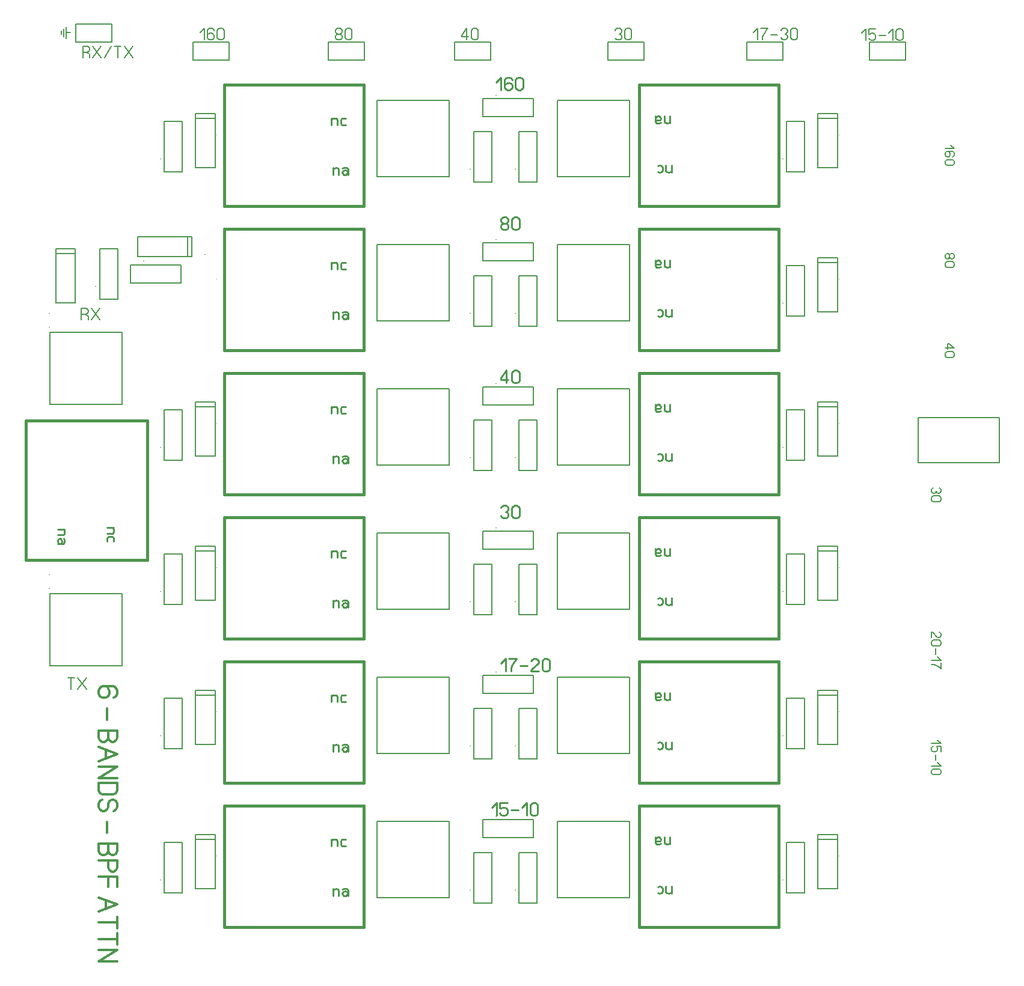
<source format=gbr>
%FSLAX34Y34*%
%MOMM*%
%LNSILK_TOP*%
G71*
G01*
%ADD10C,0.200*%
%ADD11C,0.150*%
%ADD12C,0.167*%
%ADD13C,0.144*%
%ADD14C,0.333*%
%ADD15C,0.222*%
%ADD16C,0.400*%
%ADD17C,0.111*%
%LPD*%
G54D10*
X-788650Y-3236D02*
X-782650Y2764D01*
X-782650Y-13236D01*
G54D10*
X-768650Y-236D02*
X-769850Y1764D01*
X-772250Y2764D01*
X-774650Y2764D01*
X-777050Y1764D01*
X-778250Y-236D01*
X-778250Y-5236D01*
X-778250Y-6236D01*
X-774650Y-4236D01*
X-772250Y-4236D01*
X-769850Y-5236D01*
X-768650Y-7236D01*
X-768650Y-10236D01*
X-769850Y-12236D01*
X-772250Y-13236D01*
X-774650Y-13236D01*
X-777050Y-12236D01*
X-778250Y-10236D01*
X-778250Y-5236D01*
G54D10*
X-754650Y-236D02*
X-754650Y-10236D01*
X-755850Y-12236D01*
X-758250Y-13236D01*
X-760650Y-13236D01*
X-763050Y-12236D01*
X-764250Y-10236D01*
X-764250Y-236D01*
X-763050Y1764D01*
X-760650Y2764D01*
X-758250Y2764D01*
X-755850Y1764D01*
X-754650Y-236D01*
G54D11*
X-798446Y-41862D02*
X-798446Y-16462D01*
X-747646Y-16462D01*
X-747646Y-41862D01*
X-798446Y-41862D01*
G54D10*
X-592150Y-5236D02*
X-594550Y-5236D01*
X-596950Y-4236D01*
X-598150Y-2236D01*
X-598150Y-236D01*
X-596950Y1764D01*
X-594550Y2764D01*
X-592150Y2764D01*
X-589750Y1764D01*
X-588550Y-236D01*
X-588550Y-2236D01*
X-589750Y-4236D01*
X-592150Y-5236D01*
X-589750Y-6236D01*
X-588550Y-8236D01*
X-588550Y-10236D01*
X-589750Y-12236D01*
X-592150Y-13236D01*
X-594550Y-13236D01*
X-596950Y-12236D01*
X-598150Y-10236D01*
X-598150Y-8236D01*
X-596950Y-6236D01*
X-594550Y-5236D01*
G54D10*
X-574550Y-236D02*
X-574550Y-10236D01*
X-575750Y-12236D01*
X-578150Y-13236D01*
X-580550Y-13236D01*
X-582950Y-12236D01*
X-584150Y-10236D01*
X-584150Y-236D01*
X-582950Y1764D01*
X-580550Y2764D01*
X-578150Y2764D01*
X-575750Y1764D01*
X-574550Y-236D01*
G54D11*
X-607946Y-41862D02*
X-607946Y-16462D01*
X-557146Y-16462D01*
X-557146Y-41862D01*
X-607946Y-41862D01*
G54D11*
X-285750Y-98300D02*
X-184150Y-98300D01*
X-184150Y-206250D01*
X-285750Y-206250D01*
X-285750Y-98300D01*
G54D11*
X-318944Y-121412D02*
X-318944Y-96012D01*
X-390544Y-96012D01*
X-390544Y-121412D01*
X-318944Y-121412D01*
G54D12*
X-371600Y-90621D02*
X-371600Y-90621D01*
G54D11*
X-539750Y-98300D02*
X-438150Y-98300D01*
X-438150Y-206250D01*
X-539750Y-206250D01*
X-539750Y-98300D01*
G54D11*
X-377390Y-142462D02*
X-402790Y-142462D01*
X-402790Y-214062D01*
X-377390Y-214062D01*
X-377390Y-142462D01*
G54D12*
X-408181Y-195118D02*
X-408181Y-195118D01*
G54D11*
X-313890Y-142462D02*
X-339290Y-142462D01*
X-339290Y-214062D01*
X-313890Y-214062D01*
X-313890Y-142462D01*
G54D12*
X-344681Y-195118D02*
X-344681Y-195118D01*
G54D11*
X-767350Y-193550D02*
X-794750Y-193550D01*
X-794750Y-117350D01*
X-767350Y-117350D01*
X-767350Y-193550D01*
G54D11*
X-794750Y-123650D02*
X-767350Y-123650D01*
G54D10*
X-413150Y-13236D02*
X-413150Y2764D01*
X-420350Y-7236D01*
X-420350Y-9236D01*
X-410750Y-9236D01*
G54D10*
X-396750Y-236D02*
X-396750Y-10236D01*
X-397950Y-12236D01*
X-400350Y-13236D01*
X-402750Y-13236D01*
X-405150Y-12236D01*
X-406350Y-10236D01*
X-406350Y-236D01*
X-405150Y1764D01*
X-402750Y2764D01*
X-400350Y2764D01*
X-397950Y1764D01*
X-396750Y-236D01*
G54D11*
X-430146Y-41862D02*
X-430146Y-16462D01*
X-379346Y-16462D01*
X-379346Y-41862D01*
X-430146Y-41862D01*
G54D10*
X-204450Y-236D02*
X-203250Y1764D01*
X-200850Y2764D01*
X-198450Y2764D01*
X-196050Y1764D01*
X-194850Y-236D01*
X-194850Y-2236D01*
X-196050Y-4236D01*
X-198450Y-5236D01*
X-196050Y-6236D01*
X-194850Y-8236D01*
X-194850Y-10236D01*
X-196050Y-12236D01*
X-198450Y-13236D01*
X-200850Y-13236D01*
X-203250Y-12236D01*
X-204450Y-10236D01*
G54D10*
X-180850Y-236D02*
X-180850Y-10236D01*
X-182050Y-12236D01*
X-184450Y-13236D01*
X-186850Y-13236D01*
X-189250Y-12236D01*
X-190450Y-10236D01*
X-190450Y-236D01*
X-189250Y1764D01*
X-186850Y2764D01*
X-184450Y2764D01*
X-182050Y1764D01*
X-180850Y-236D01*
G54D11*
X-214246Y-41862D02*
X-214246Y-16462D01*
X-163446Y-16462D01*
X-163446Y-41862D01*
X-214246Y-41862D01*
G54D10*
X-9258Y-3128D02*
X-3258Y2872D01*
X-3258Y-13128D01*
G54D10*
X1142Y2872D02*
X10742Y2872D01*
X9542Y872D01*
X7142Y-2128D01*
X4742Y-6128D01*
X3542Y-9128D01*
X3542Y-13128D01*
G54D10*
X15142Y-6128D02*
X24742Y-6128D01*
G54D10*
X29142Y-128D02*
X30342Y1872D01*
X32742Y2872D01*
X35142Y2872D01*
X37542Y1872D01*
X38742Y-128D01*
X38742Y-2128D01*
X37542Y-4128D01*
X35142Y-5128D01*
X37542Y-6128D01*
X38742Y-8128D01*
X38742Y-10128D01*
X37542Y-12128D01*
X35142Y-13128D01*
X32742Y-13128D01*
X30342Y-12128D01*
X29142Y-10128D01*
G54D10*
X52742Y-128D02*
X52742Y-10128D01*
X51542Y-12128D01*
X49142Y-13128D01*
X46742Y-13128D01*
X44342Y-12128D01*
X43142Y-10128D01*
X43142Y-128D01*
X44342Y1872D01*
X46742Y2872D01*
X49142Y2872D01*
X51542Y1872D01*
X52742Y-128D01*
G54D11*
X-19054Y-41754D02*
X-19054Y-16354D01*
X31746Y-16354D01*
X31746Y-41754D01*
X-19054Y-41754D01*
G54D11*
X-1000150Y-425350D02*
X-898550Y-425350D01*
X-898550Y-526950D01*
X-1000150Y-526950D01*
X-1000150Y-425350D01*
G54D13*
X-1000900Y-398600D02*
X-1000900Y-398600D01*
G54D13*
X-1000900Y-418100D02*
X-1000900Y-418100D01*
G54D11*
X-1000150Y-793650D02*
X-898550Y-793650D01*
X-898550Y-895250D01*
X-1000150Y-895250D01*
X-1000150Y-793650D01*
G54D13*
X-1000900Y-766900D02*
X-1000900Y-766900D01*
G54D13*
X-1000900Y-786400D02*
X-1000900Y-786400D01*
G54D11*
X-964200Y-384050D02*
X-991600Y-384050D01*
X-991600Y-307850D01*
X-964200Y-307850D01*
X-964200Y-384050D01*
G54D11*
X-991600Y-314150D02*
X-964200Y-314150D01*
G54D11*
X-904440Y-307562D02*
X-929840Y-307562D01*
X-929840Y-379162D01*
X-904440Y-379162D01*
X-904440Y-307562D01*
G54D12*
X-935231Y-360218D02*
X-935231Y-360218D01*
G54D10*
X-948950Y-30636D02*
X-945350Y-32636D01*
X-944150Y-34636D01*
X-944150Y-38636D01*
G54D10*
X-953750Y-38636D02*
X-953750Y-22636D01*
X-947750Y-22636D01*
X-945350Y-23636D01*
X-944150Y-25636D01*
X-944150Y-27636D01*
X-945350Y-29636D01*
X-947750Y-30636D01*
X-953750Y-30636D01*
G54D10*
X-939750Y-22636D02*
X-927750Y-38636D01*
G54D10*
X-939750Y-38636D02*
X-927750Y-22636D01*
G54D10*
X-923350Y-38636D02*
X-913750Y-22636D01*
G54D10*
X-904550Y-38636D02*
X-904550Y-22636D01*
G54D10*
X-909350Y-22636D02*
X-899750Y-22636D01*
G54D10*
X-895350Y-22636D02*
X-883350Y-38636D01*
G54D10*
X-895350Y-38636D02*
X-883350Y-22636D01*
G54D11*
X-963546Y-16462D02*
X-963546Y8938D01*
X-912746Y8938D01*
X-912746Y-16462D01*
X-963546Y-16462D01*
G54D10*
X-970879Y-3233D02*
X-977230Y-3233D01*
G54D10*
X-977230Y-11170D02*
X-977229Y4705D01*
G54D10*
X-980404Y2324D02*
X-980404Y-8789D01*
G54D10*
X-983579Y-5614D02*
X-983579Y-852D01*
G54D10*
X-950900Y-399850D02*
X-947300Y-401850D01*
X-946100Y-403850D01*
X-946100Y-407850D01*
G54D10*
X-955700Y-407850D02*
X-955700Y-391850D01*
X-949700Y-391850D01*
X-947300Y-392850D01*
X-946100Y-394850D01*
X-946100Y-396850D01*
X-947300Y-398850D01*
X-949700Y-399850D01*
X-955700Y-399850D01*
G54D10*
X-941700Y-391850D02*
X-929700Y-407850D01*
G54D10*
X-941700Y-407850D02*
X-929700Y-391850D01*
G54D10*
X-969950Y-928550D02*
X-969950Y-912550D01*
G54D10*
X-974750Y-912550D02*
X-965150Y-912550D01*
G54D10*
X-960750Y-912550D02*
X-948750Y-928550D01*
G54D10*
X-960750Y-928550D02*
X-948750Y-912550D01*
G54D14*
X-909848Y-940558D02*
X-906515Y-938558D01*
X-904848Y-934558D01*
X-904848Y-930558D01*
X-906515Y-926558D01*
X-909848Y-924558D01*
X-918181Y-924558D01*
X-919848Y-924558D01*
X-916515Y-930558D01*
X-916515Y-934558D01*
X-918181Y-938558D01*
X-921515Y-940558D01*
X-926515Y-940558D01*
X-929848Y-938558D01*
X-931515Y-934558D01*
X-931515Y-930558D01*
X-929848Y-926558D01*
X-926515Y-924558D01*
X-918181Y-924558D01*
G54D14*
X-919848Y-955624D02*
X-919848Y-971624D01*
G54D14*
X-931515Y-986690D02*
X-904848Y-986690D01*
X-904848Y-996690D01*
X-906515Y-1000690D01*
X-909848Y-1002690D01*
X-913181Y-1002690D01*
X-916515Y-1000690D01*
X-918181Y-996690D01*
X-919848Y-1000690D01*
X-923181Y-1002690D01*
X-926515Y-1002690D01*
X-929848Y-1000690D01*
X-931515Y-996690D01*
X-931515Y-986690D01*
G54D14*
X-918181Y-986690D02*
X-918181Y-996690D01*
G54D14*
X-931515Y-1010022D02*
X-904848Y-1020022D01*
X-931515Y-1030022D01*
G54D14*
X-921515Y-1014022D02*
X-921515Y-1026022D01*
G54D14*
X-931515Y-1037356D02*
X-904848Y-1037356D01*
X-931515Y-1053356D01*
X-904848Y-1053356D01*
G54D14*
X-931515Y-1060688D02*
X-904848Y-1060688D01*
X-904848Y-1070688D01*
X-906515Y-1074688D01*
X-909848Y-1076688D01*
X-926515Y-1076688D01*
X-929848Y-1074688D01*
X-931515Y-1070688D01*
X-931515Y-1060688D01*
G54D14*
X-926515Y-1084022D02*
X-929848Y-1086022D01*
X-931515Y-1090022D01*
X-931515Y-1094022D01*
X-929848Y-1098022D01*
X-926515Y-1100022D01*
X-923181Y-1100022D01*
X-919848Y-1098022D01*
X-918181Y-1094022D01*
X-918181Y-1090022D01*
X-916515Y-1086022D01*
X-913181Y-1084022D01*
X-909848Y-1084022D01*
X-906515Y-1086022D01*
X-904848Y-1090022D01*
X-904848Y-1094022D01*
X-906515Y-1098022D01*
X-909848Y-1100022D01*
G54D14*
X-919848Y-1115088D02*
X-919848Y-1131088D01*
G54D14*
X-931515Y-1146154D02*
X-904848Y-1146154D01*
X-904848Y-1156154D01*
X-906515Y-1160154D01*
X-909848Y-1162154D01*
X-913181Y-1162154D01*
X-916515Y-1160154D01*
X-918181Y-1156154D01*
X-919848Y-1160154D01*
X-923181Y-1162154D01*
X-926515Y-1162154D01*
X-929848Y-1160154D01*
X-931515Y-1156154D01*
X-931515Y-1146154D01*
G54D14*
X-918181Y-1146154D02*
X-918181Y-1156154D01*
G54D14*
X-931515Y-1169486D02*
X-904848Y-1169486D01*
X-904848Y-1179486D01*
X-906515Y-1183486D01*
X-909848Y-1185486D01*
X-913181Y-1185486D01*
X-916515Y-1183486D01*
X-918181Y-1179486D01*
X-918181Y-1169486D01*
G54D14*
X-931515Y-1192820D02*
X-904848Y-1192820D01*
X-904848Y-1206820D01*
G54D14*
X-918181Y-1192820D02*
X-918181Y-1206820D01*
G54D14*
X-931515Y-1221886D02*
X-904848Y-1231886D01*
X-931515Y-1241886D01*
G54D14*
X-921515Y-1225886D02*
X-921515Y-1237886D01*
G54D14*
X-931515Y-1257218D02*
X-904848Y-1257218D01*
G54D14*
X-904848Y-1249218D02*
X-904848Y-1265218D01*
G54D14*
X-931515Y-1280552D02*
X-904848Y-1280552D01*
G54D14*
X-904848Y-1272552D02*
X-904848Y-1288552D01*
G54D14*
X-931515Y-1295884D02*
X-904848Y-1295884D01*
X-931515Y-1311884D01*
X-904848Y-1311884D01*
G54D15*
X-371500Y-72889D02*
X-364833Y-66222D01*
X-364833Y-84000D01*
G54D15*
X-349277Y-69556D02*
X-350611Y-67333D01*
X-353277Y-66222D01*
X-355944Y-66222D01*
X-358611Y-67333D01*
X-359944Y-69556D01*
X-359944Y-75111D01*
X-359944Y-76222D01*
X-355944Y-74000D01*
X-353277Y-74000D01*
X-350611Y-75111D01*
X-349277Y-77333D01*
X-349277Y-80667D01*
X-350611Y-82889D01*
X-353277Y-84000D01*
X-355944Y-84000D01*
X-358611Y-82889D01*
X-359944Y-80667D01*
X-359944Y-75111D01*
G54D15*
X-333721Y-69556D02*
X-333721Y-80667D01*
X-335055Y-82889D01*
X-337721Y-84000D01*
X-340388Y-84000D01*
X-343055Y-82889D01*
X-344388Y-80667D01*
X-344388Y-69556D01*
X-343055Y-67333D01*
X-340388Y-66222D01*
X-337721Y-66222D01*
X-335055Y-67333D01*
X-333721Y-69556D01*
G54D11*
X154054Y-41862D02*
X154054Y-16462D01*
X204854Y-16462D01*
X204854Y-41862D01*
X154054Y-41862D01*
G54D10*
X142850Y-4150D02*
X148850Y1850D01*
X148850Y-14150D01*
G54D10*
X162850Y1850D02*
X153250Y1850D01*
X153250Y-5150D01*
X154450Y-5150D01*
X156850Y-4150D01*
X159250Y-4150D01*
X161650Y-5150D01*
X162850Y-7150D01*
X162850Y-11150D01*
X161650Y-13150D01*
X159250Y-14150D01*
X156850Y-14150D01*
X154450Y-13150D01*
X153250Y-11150D01*
G54D10*
X167250Y-7150D02*
X176850Y-7150D01*
G54D10*
X181250Y-4150D02*
X187250Y1850D01*
X187250Y-14150D01*
G54D10*
X201250Y-1150D02*
X201250Y-11150D01*
X200050Y-13150D01*
X197650Y-14150D01*
X195250Y-14150D01*
X192850Y-13150D01*
X191650Y-11150D01*
X191650Y-1150D01*
X192850Y850D01*
X195250Y1850D01*
X197650Y1850D01*
X200050Y850D01*
X201250Y-1150D01*
G54D16*
X-754528Y-76381D02*
X-557678Y-76381D01*
X-557678Y-247831D01*
X-754528Y-247831D01*
X-754528Y-76381D01*
G54D15*
X-603374Y-133752D02*
X-603374Y-123752D01*
G54D15*
X-603374Y-125974D02*
X-602040Y-124418D01*
X-599374Y-123752D01*
X-596707Y-124418D01*
X-595374Y-125974D01*
X-595373Y-133752D01*
G54D15*
X-583818Y-124418D02*
X-586484Y-123752D01*
X-589151Y-124418D01*
X-590484Y-126641D01*
X-590484Y-131085D01*
X-589151Y-133307D01*
X-586484Y-133752D01*
X-583818Y-133307D01*
G54D15*
X-601179Y-203246D02*
X-601179Y-193246D01*
G54D15*
X-601179Y-195468D02*
X-599846Y-193913D01*
X-597179Y-193246D01*
X-594512Y-193913D01*
X-593179Y-195468D01*
X-593179Y-203246D01*
G54D15*
X-588290Y-194357D02*
X-585623Y-193246D01*
X-582424Y-193246D01*
X-580290Y-195468D01*
X-580290Y-203246D01*
G54D15*
X-580290Y-199913D02*
X-581623Y-197690D01*
X-584290Y-197246D01*
X-586957Y-197690D01*
X-588290Y-199913D01*
X-587757Y-202135D01*
X-585624Y-203246D01*
X-584290Y-203246D01*
X-583757Y-203246D01*
X-581623Y-202135D01*
X-580290Y-199913D01*
G54D11*
X-813791Y-127990D02*
X-839191Y-127990D01*
X-839191Y-199590D01*
X-813791Y-199590D01*
X-813791Y-127990D01*
G54D12*
X-844582Y-180645D02*
X-844582Y-180645D01*
G54D17*
X-765432Y-147303D02*
X-765432Y-147303D01*
G54D13*
X-781928Y-315081D02*
X-781928Y-315081D01*
G54D16*
X26522Y-247831D02*
X-170328Y-247831D01*
X-170328Y-76381D01*
X26522Y-76381D01*
X26522Y-247831D01*
G54D15*
X-124632Y-190460D02*
X-124632Y-200460D01*
G54D15*
X-124632Y-198238D02*
X-125966Y-199794D01*
X-128632Y-200460D01*
X-131299Y-199794D01*
X-132632Y-198238D01*
X-132633Y-190460D01*
G54D15*
X-144188Y-199794D02*
X-141522Y-200460D01*
X-138855Y-199794D01*
X-137522Y-197571D01*
X-137522Y-193127D01*
X-138855Y-190905D01*
X-141522Y-190460D01*
X-144188Y-190905D01*
G54D15*
X-126827Y-120966D02*
X-126827Y-130966D01*
G54D15*
X-126827Y-128744D02*
X-128160Y-130299D01*
X-130827Y-130966D01*
X-133494Y-130299D01*
X-134827Y-128744D01*
X-134827Y-120966D01*
G54D15*
X-139716Y-129855D02*
X-142383Y-130966D01*
X-145582Y-130966D01*
X-147716Y-128744D01*
X-147716Y-120966D01*
G54D15*
X-147716Y-124299D02*
X-146383Y-126522D01*
X-143716Y-126966D01*
X-141049Y-126522D01*
X-139716Y-124299D01*
X-140249Y-122077D01*
X-142382Y-120966D01*
X-143716Y-120966D01*
X-144249Y-120966D01*
X-146383Y-122077D01*
X-147716Y-124299D01*
G54D11*
X108950Y-193550D02*
X81550Y-193550D01*
X81550Y-117350D01*
X108950Y-117350D01*
X108950Y-193550D01*
G54D11*
X81550Y-123650D02*
X108950Y-123650D01*
G54D11*
X62509Y-127990D02*
X37109Y-127990D01*
X37109Y-199590D01*
X62509Y-199590D01*
X62509Y-127990D01*
G54D12*
X31718Y-180645D02*
X31718Y-180645D01*
G54D17*
X110868Y-147303D02*
X110868Y-147303D01*
G54D11*
X-285750Y-301500D02*
X-184150Y-301500D01*
X-184150Y-409450D01*
X-285750Y-409450D01*
X-285750Y-301500D01*
G54D11*
X-318944Y-324612D02*
X-318944Y-299212D01*
X-390544Y-299212D01*
X-390544Y-324612D01*
X-318944Y-324612D01*
G54D12*
X-371600Y-293821D02*
X-371600Y-293821D01*
G54D11*
X-539750Y-301500D02*
X-438150Y-301500D01*
X-438150Y-409450D01*
X-539750Y-409450D01*
X-539750Y-301500D01*
G54D11*
X-377390Y-345662D02*
X-402790Y-345662D01*
X-402790Y-417262D01*
X-377390Y-417262D01*
X-377390Y-345662D01*
G54D12*
X-408181Y-398318D02*
X-408181Y-398318D01*
G54D11*
X-313890Y-345662D02*
X-339290Y-345662D01*
X-339290Y-417262D01*
X-313890Y-417262D01*
X-313890Y-345662D01*
G54D12*
X-344681Y-398318D02*
X-344681Y-398318D01*
G54D15*
X-358483Y-271961D02*
X-361150Y-271961D01*
X-363817Y-270850D01*
X-365150Y-268628D01*
X-365150Y-266406D01*
X-363817Y-264183D01*
X-361150Y-263072D01*
X-358483Y-263072D01*
X-355817Y-264183D01*
X-354483Y-266406D01*
X-354483Y-268628D01*
X-355817Y-270850D01*
X-358483Y-271961D01*
X-355817Y-273072D01*
X-354483Y-275294D01*
X-354483Y-277517D01*
X-355817Y-279739D01*
X-358483Y-280850D01*
X-361150Y-280850D01*
X-363817Y-279739D01*
X-365150Y-277517D01*
X-365150Y-275294D01*
X-363817Y-273072D01*
X-361150Y-271961D01*
G54D15*
X-338927Y-266406D02*
X-338927Y-277517D01*
X-340261Y-279739D01*
X-342927Y-280850D01*
X-345594Y-280850D01*
X-348261Y-279739D01*
X-349594Y-277517D01*
X-349594Y-266406D01*
X-348261Y-264183D01*
X-345594Y-263072D01*
X-342927Y-263072D01*
X-340261Y-264183D01*
X-338927Y-266406D01*
G54D16*
X-754528Y-279581D02*
X-557678Y-279581D01*
X-557678Y-451031D01*
X-754528Y-451031D01*
X-754528Y-279581D01*
G54D15*
X-603374Y-336952D02*
X-603374Y-326952D01*
G54D15*
X-603374Y-329174D02*
X-602040Y-327618D01*
X-599374Y-326952D01*
X-596707Y-327618D01*
X-595374Y-329174D01*
X-595373Y-336952D01*
G54D15*
X-583818Y-327618D02*
X-586484Y-326952D01*
X-589151Y-327618D01*
X-590484Y-329841D01*
X-590484Y-334285D01*
X-589151Y-336507D01*
X-586484Y-336952D01*
X-583818Y-336507D01*
G54D15*
X-601179Y-406446D02*
X-601179Y-396446D01*
G54D15*
X-601179Y-398668D02*
X-599846Y-397113D01*
X-597179Y-396446D01*
X-594512Y-397113D01*
X-593179Y-398668D01*
X-593179Y-406446D01*
G54D15*
X-588290Y-397557D02*
X-585623Y-396446D01*
X-582424Y-396446D01*
X-580290Y-398668D01*
X-580290Y-406446D01*
G54D15*
X-580290Y-403113D02*
X-581623Y-400890D01*
X-584290Y-400446D01*
X-586957Y-400890D01*
X-588290Y-403113D01*
X-587757Y-405335D01*
X-585624Y-406446D01*
X-584290Y-406446D01*
X-583757Y-406446D01*
X-581623Y-405335D01*
X-580290Y-403113D01*
G54D11*
X-815285Y-355734D02*
X-815285Y-330333D01*
X-886885Y-330333D01*
X-886885Y-355733D01*
X-815285Y-355734D01*
G54D12*
X-867941Y-324942D02*
X-867941Y-324942D01*
G54D17*
X-765432Y-350503D02*
X-765432Y-350503D01*
G54D16*
X26522Y-451031D02*
X-170328Y-451031D01*
X-170328Y-279581D01*
X26522Y-279581D01*
X26522Y-451031D01*
G54D15*
X-124632Y-393660D02*
X-124632Y-403660D01*
G54D15*
X-124632Y-401438D02*
X-125966Y-402994D01*
X-128632Y-403660D01*
X-131299Y-402994D01*
X-132632Y-401438D01*
X-132633Y-393660D01*
G54D15*
X-144188Y-402994D02*
X-141522Y-403660D01*
X-138855Y-402994D01*
X-137522Y-400771D01*
X-137522Y-396327D01*
X-138855Y-394105D01*
X-141522Y-393660D01*
X-144188Y-394105D01*
G54D15*
X-126827Y-324166D02*
X-126827Y-334166D01*
G54D15*
X-126827Y-331944D02*
X-128160Y-333499D01*
X-130827Y-334166D01*
X-133494Y-333499D01*
X-134827Y-331944D01*
X-134827Y-324166D01*
G54D15*
X-139716Y-333055D02*
X-142383Y-334166D01*
X-145582Y-334166D01*
X-147716Y-331944D01*
X-147716Y-324166D01*
G54D15*
X-147716Y-327499D02*
X-146383Y-329722D01*
X-143716Y-330166D01*
X-141049Y-329722D01*
X-139716Y-327499D01*
X-140249Y-325277D01*
X-142382Y-324166D01*
X-143716Y-324166D01*
X-144249Y-324166D01*
X-146383Y-325277D01*
X-147716Y-327499D01*
G54D11*
X108950Y-396750D02*
X81550Y-396750D01*
X81550Y-320550D01*
X108950Y-320550D01*
X108950Y-396750D01*
G54D11*
X81550Y-326850D02*
X108950Y-326850D01*
G54D11*
X62509Y-331190D02*
X37109Y-331190D01*
X37109Y-402790D01*
X62509Y-402790D01*
X62509Y-331190D01*
G54D12*
X31718Y-383845D02*
X31718Y-383845D01*
G54D17*
X110868Y-350503D02*
X110868Y-350503D01*
G54D11*
X-285750Y-504700D02*
X-184150Y-504700D01*
X-184150Y-612650D01*
X-285750Y-612650D01*
X-285750Y-504700D01*
G54D11*
X-318944Y-527812D02*
X-318944Y-502412D01*
X-390544Y-502412D01*
X-390544Y-527812D01*
X-318944Y-527812D01*
G54D12*
X-371600Y-497021D02*
X-371600Y-497021D01*
G54D11*
X-539750Y-504700D02*
X-438150Y-504700D01*
X-438150Y-612650D01*
X-539750Y-612650D01*
X-539750Y-504700D01*
G54D11*
X-377390Y-548862D02*
X-402790Y-548862D01*
X-402790Y-620462D01*
X-377390Y-620462D01*
X-377390Y-548862D01*
G54D12*
X-408181Y-601518D02*
X-408181Y-601518D01*
G54D11*
X-313890Y-548862D02*
X-339290Y-548862D01*
X-339290Y-620462D01*
X-313890Y-620462D01*
X-313890Y-548862D01*
G54D12*
X-344681Y-601518D02*
X-344681Y-601518D01*
G54D11*
X-767350Y-599950D02*
X-794750Y-599950D01*
X-794750Y-523750D01*
X-767350Y-523750D01*
X-767350Y-599950D01*
G54D11*
X-794750Y-530050D02*
X-767350Y-530050D01*
G54D15*
X-357150Y-496750D02*
X-357150Y-478972D01*
X-365150Y-490083D01*
X-365150Y-492306D01*
X-354483Y-492306D01*
G54D15*
X-338927Y-482306D02*
X-338927Y-493417D01*
X-340261Y-495639D01*
X-342927Y-496750D01*
X-345594Y-496750D01*
X-348261Y-495639D01*
X-349594Y-493417D01*
X-349594Y-482306D01*
X-348261Y-480083D01*
X-345594Y-478972D01*
X-342927Y-478972D01*
X-340261Y-480083D01*
X-338927Y-482306D01*
G54D16*
X-754528Y-482781D02*
X-557678Y-482781D01*
X-557678Y-654231D01*
X-754528Y-654231D01*
X-754528Y-482781D01*
G54D15*
X-603374Y-540152D02*
X-603374Y-530152D01*
G54D15*
X-603374Y-532374D02*
X-602040Y-530818D01*
X-599374Y-530152D01*
X-596707Y-530818D01*
X-595374Y-532374D01*
X-595373Y-540152D01*
G54D15*
X-583818Y-530818D02*
X-586484Y-530152D01*
X-589151Y-530818D01*
X-590484Y-533041D01*
X-590484Y-537485D01*
X-589151Y-539707D01*
X-586484Y-540152D01*
X-583818Y-539707D01*
G54D15*
X-601179Y-609646D02*
X-601179Y-599646D01*
G54D15*
X-601179Y-601868D02*
X-599846Y-600313D01*
X-597179Y-599646D01*
X-594512Y-600313D01*
X-593179Y-601868D01*
X-593179Y-609646D01*
G54D15*
X-588290Y-600757D02*
X-585623Y-599646D01*
X-582424Y-599646D01*
X-580290Y-601868D01*
X-580290Y-609646D01*
G54D15*
X-580290Y-606313D02*
X-581623Y-604090D01*
X-584290Y-603646D01*
X-586957Y-604090D01*
X-588290Y-606313D01*
X-587757Y-608535D01*
X-585624Y-609646D01*
X-584290Y-609646D01*
X-583757Y-609646D01*
X-581623Y-608535D01*
X-580290Y-606313D01*
G54D11*
X-813791Y-534390D02*
X-839191Y-534390D01*
X-839191Y-605990D01*
X-813791Y-605990D01*
X-813791Y-534390D01*
G54D12*
X-844582Y-587045D02*
X-844582Y-587045D01*
G54D17*
X-765432Y-553703D02*
X-765432Y-553703D01*
G54D16*
X26522Y-654231D02*
X-170328Y-654231D01*
X-170328Y-482781D01*
X26522Y-482781D01*
X26522Y-654231D01*
G54D15*
X-124632Y-596860D02*
X-124632Y-606860D01*
G54D15*
X-124632Y-604638D02*
X-125966Y-606194D01*
X-128632Y-606860D01*
X-131299Y-606194D01*
X-132632Y-604638D01*
X-132633Y-596860D01*
G54D15*
X-144188Y-606194D02*
X-141522Y-606860D01*
X-138855Y-606194D01*
X-137522Y-603971D01*
X-137522Y-599527D01*
X-138855Y-597305D01*
X-141522Y-596860D01*
X-144188Y-597305D01*
G54D15*
X-126827Y-527366D02*
X-126827Y-537366D01*
G54D15*
X-126827Y-535144D02*
X-128160Y-536699D01*
X-130827Y-537366D01*
X-133494Y-536699D01*
X-134827Y-535144D01*
X-134827Y-527366D01*
G54D15*
X-139716Y-536255D02*
X-142383Y-537366D01*
X-145582Y-537366D01*
X-147716Y-535144D01*
X-147716Y-527366D01*
G54D15*
X-147716Y-530699D02*
X-146383Y-532922D01*
X-143716Y-533366D01*
X-141049Y-532922D01*
X-139716Y-530699D01*
X-140249Y-528477D01*
X-142382Y-527366D01*
X-143716Y-527366D01*
X-144249Y-527366D01*
X-146383Y-528477D01*
X-147716Y-530699D01*
G54D11*
X108950Y-599950D02*
X81550Y-599950D01*
X81550Y-523750D01*
X108950Y-523750D01*
X108950Y-599950D01*
G54D11*
X81550Y-530050D02*
X108950Y-530050D01*
G54D11*
X62509Y-534390D02*
X37109Y-534390D01*
X37109Y-605990D01*
X62509Y-605990D01*
X62509Y-534390D01*
G54D12*
X31718Y-587045D02*
X31718Y-587045D01*
G54D17*
X110868Y-553703D02*
X110868Y-553703D01*
G54D11*
X-285750Y-707900D02*
X-184150Y-707900D01*
X-184150Y-815850D01*
X-285750Y-815850D01*
X-285750Y-707900D01*
G54D11*
X-318944Y-731012D02*
X-318944Y-705612D01*
X-390544Y-705612D01*
X-390544Y-731012D01*
X-318944Y-731012D01*
G54D12*
X-371600Y-700220D02*
X-371600Y-700220D01*
G54D11*
X-539750Y-707900D02*
X-438150Y-707900D01*
X-438150Y-815850D01*
X-539750Y-815850D01*
X-539750Y-707900D01*
G54D11*
X-377390Y-752062D02*
X-402790Y-752062D01*
X-402790Y-823662D01*
X-377390Y-823662D01*
X-377390Y-752062D01*
G54D12*
X-408181Y-804718D02*
X-408181Y-804718D01*
G54D11*
X-313890Y-752062D02*
X-339290Y-752062D01*
X-339290Y-823662D01*
X-313890Y-823662D01*
X-313890Y-752062D01*
G54D12*
X-344681Y-804718D02*
X-344681Y-804718D01*
G54D11*
X-767350Y-803150D02*
X-794750Y-803150D01*
X-794750Y-726950D01*
X-767350Y-726950D01*
X-767350Y-803150D01*
G54D11*
X-794750Y-733250D02*
X-767350Y-733250D01*
G54D15*
X-365150Y-672806D02*
X-363817Y-670583D01*
X-361150Y-669472D01*
X-358483Y-669472D01*
X-355817Y-670583D01*
X-354483Y-672806D01*
X-354483Y-675028D01*
X-355817Y-677250D01*
X-358483Y-678361D01*
X-355817Y-679472D01*
X-354483Y-681694D01*
X-354483Y-683917D01*
X-355817Y-686139D01*
X-358483Y-687250D01*
X-361150Y-687250D01*
X-363817Y-686139D01*
X-365150Y-683917D01*
G54D15*
X-338927Y-672806D02*
X-338927Y-683917D01*
X-340261Y-686139D01*
X-342927Y-687250D01*
X-345594Y-687250D01*
X-348261Y-686139D01*
X-349594Y-683917D01*
X-349594Y-672806D01*
X-348261Y-670583D01*
X-345594Y-669472D01*
X-342927Y-669472D01*
X-340261Y-670583D01*
X-338927Y-672806D01*
G54D16*
X-754528Y-685981D02*
X-557678Y-685981D01*
X-557678Y-857431D01*
X-754528Y-857431D01*
X-754528Y-685981D01*
G54D15*
X-603374Y-743352D02*
X-603374Y-733352D01*
G54D15*
X-603374Y-735574D02*
X-602040Y-734018D01*
X-599374Y-733352D01*
X-596707Y-734018D01*
X-595374Y-735574D01*
X-595373Y-743352D01*
G54D15*
X-583818Y-734018D02*
X-586484Y-733352D01*
X-589151Y-734018D01*
X-590484Y-736240D01*
X-590484Y-740685D01*
X-589151Y-742908D01*
X-586484Y-743352D01*
X-583818Y-742907D01*
G54D15*
X-601179Y-812846D02*
X-601179Y-802846D01*
G54D15*
X-601179Y-805068D02*
X-599846Y-803513D01*
X-597179Y-802846D01*
X-594512Y-803513D01*
X-593179Y-805068D01*
X-593179Y-812846D01*
G54D15*
X-588290Y-803957D02*
X-585623Y-802846D01*
X-582424Y-802846D01*
X-580290Y-805068D01*
X-580290Y-812846D01*
G54D15*
X-580290Y-809513D02*
X-581623Y-807290D01*
X-584290Y-806846D01*
X-586957Y-807290D01*
X-588290Y-809512D01*
X-587757Y-811735D01*
X-585624Y-812846D01*
X-584290Y-812846D01*
X-583757Y-812846D01*
X-581623Y-811735D01*
X-580290Y-809513D01*
G54D11*
X-813791Y-737590D02*
X-839191Y-737590D01*
X-839191Y-809190D01*
X-813791Y-809190D01*
X-813791Y-737590D01*
G54D12*
X-844582Y-790246D02*
X-844582Y-790246D01*
G54D17*
X-765432Y-756904D02*
X-765432Y-756904D01*
G54D16*
X26522Y-857431D02*
X-170328Y-857431D01*
X-170328Y-685981D01*
X26522Y-685981D01*
X26522Y-857431D01*
G54D15*
X-124632Y-800060D02*
X-124632Y-810060D01*
G54D15*
X-124632Y-807838D02*
X-125966Y-809394D01*
X-128632Y-810060D01*
X-131299Y-809394D01*
X-132632Y-807838D01*
X-132633Y-800060D01*
G54D15*
X-144188Y-809394D02*
X-141522Y-810060D01*
X-138855Y-809394D01*
X-137522Y-807172D01*
X-137522Y-802727D01*
X-138855Y-800504D01*
X-141522Y-800060D01*
X-144188Y-800505D01*
G54D15*
X-126827Y-730566D02*
X-126827Y-740566D01*
G54D15*
X-126827Y-738344D02*
X-128160Y-739899D01*
X-130827Y-740566D01*
X-133494Y-739899D01*
X-134827Y-738344D01*
X-134827Y-730566D01*
G54D15*
X-139716Y-739455D02*
X-142383Y-740566D01*
X-145582Y-740566D01*
X-147716Y-738344D01*
X-147716Y-730566D01*
G54D15*
X-147716Y-733899D02*
X-146383Y-736122D01*
X-143716Y-736566D01*
X-141049Y-736122D01*
X-139716Y-733900D01*
X-140249Y-731677D01*
X-142382Y-730566D01*
X-143716Y-730566D01*
X-144249Y-730566D01*
X-146383Y-731677D01*
X-147716Y-733899D01*
G54D11*
X108950Y-803150D02*
X81550Y-803150D01*
X81550Y-726950D01*
X108950Y-726950D01*
X108950Y-803150D01*
G54D11*
X81550Y-733250D02*
X108950Y-733250D01*
G54D11*
X62509Y-737590D02*
X37109Y-737590D01*
X37109Y-809190D01*
X62509Y-809190D01*
X62509Y-737590D01*
G54D12*
X31718Y-790246D02*
X31718Y-790246D01*
G54D17*
X110868Y-756904D02*
X110868Y-756904D01*
G54D11*
X-285750Y-911100D02*
X-184150Y-911100D01*
X-184150Y-1019050D01*
X-285750Y-1019050D01*
X-285750Y-911100D01*
G54D11*
X-318944Y-934212D02*
X-318944Y-908812D01*
X-390544Y-908812D01*
X-390544Y-934212D01*
X-318944Y-934212D01*
G54D12*
X-371600Y-903420D02*
X-371600Y-903420D01*
G54D11*
X-539750Y-911100D02*
X-438150Y-911100D01*
X-438150Y-1019050D01*
X-539750Y-1019050D01*
X-539750Y-911100D01*
G54D11*
X-377390Y-955262D02*
X-402790Y-955262D01*
X-402790Y-1026862D01*
X-377390Y-1026862D01*
X-377390Y-955262D01*
G54D12*
X-408181Y-1007918D02*
X-408181Y-1007918D01*
G54D11*
X-313890Y-955262D02*
X-339290Y-955262D01*
X-339290Y-1026862D01*
X-313890Y-1026862D01*
X-313890Y-955262D01*
G54D12*
X-344681Y-1007918D02*
X-344681Y-1007918D01*
G54D11*
X-767350Y-1006350D02*
X-794750Y-1006350D01*
X-794750Y-930150D01*
X-767350Y-930150D01*
X-767350Y-1006350D01*
G54D11*
X-794750Y-936450D02*
X-767350Y-936450D01*
G54D15*
X-365150Y-892039D02*
X-358483Y-885372D01*
X-358483Y-903150D01*
G54D15*
X-353594Y-885372D02*
X-342927Y-885372D01*
X-344261Y-887594D01*
X-346927Y-890928D01*
X-349594Y-895372D01*
X-350927Y-898706D01*
X-350927Y-903150D01*
G54D15*
X-338038Y-895372D02*
X-327371Y-895372D01*
G54D15*
X-311815Y-903150D02*
X-322482Y-903150D01*
X-322482Y-902039D01*
X-321149Y-899817D01*
X-313149Y-893150D01*
X-311815Y-890928D01*
X-311815Y-888706D01*
X-313149Y-886483D01*
X-315815Y-885372D01*
X-318482Y-885372D01*
X-321149Y-886483D01*
X-322482Y-888706D01*
G54D15*
X-296259Y-888706D02*
X-296259Y-899817D01*
X-297593Y-902039D01*
X-300259Y-903150D01*
X-302926Y-903150D01*
X-305593Y-902039D01*
X-306926Y-899817D01*
X-306926Y-888706D01*
X-305593Y-886483D01*
X-302926Y-885372D01*
X-300259Y-885372D01*
X-297593Y-886483D01*
X-296259Y-888706D01*
G54D16*
X-754528Y-889181D02*
X-557678Y-889181D01*
X-557678Y-1060631D01*
X-754528Y-1060631D01*
X-754528Y-889181D01*
G54D15*
X-603374Y-946552D02*
X-603374Y-936552D01*
G54D15*
X-603374Y-938774D02*
X-602040Y-937218D01*
X-599374Y-936552D01*
X-596707Y-937218D01*
X-595374Y-938774D01*
X-595373Y-946552D01*
G54D15*
X-583818Y-937218D02*
X-586484Y-936552D01*
X-589151Y-937218D01*
X-590484Y-939440D01*
X-590484Y-943885D01*
X-589151Y-946108D01*
X-586484Y-946552D01*
X-583818Y-946107D01*
G54D15*
X-601179Y-1016046D02*
X-601179Y-1006046D01*
G54D15*
X-601179Y-1008268D02*
X-599846Y-1006713D01*
X-597179Y-1006046D01*
X-594512Y-1006713D01*
X-593179Y-1008268D01*
X-593179Y-1016046D01*
G54D15*
X-588290Y-1007157D02*
X-585623Y-1006046D01*
X-582424Y-1006046D01*
X-580290Y-1008268D01*
X-580290Y-1016046D01*
G54D15*
X-580290Y-1012713D02*
X-581623Y-1010490D01*
X-584290Y-1010046D01*
X-586957Y-1010490D01*
X-588290Y-1012712D01*
X-587757Y-1014935D01*
X-585624Y-1016046D01*
X-584290Y-1016046D01*
X-583757Y-1016046D01*
X-581623Y-1014935D01*
X-580290Y-1012713D01*
G54D11*
X-813791Y-940790D02*
X-839191Y-940790D01*
X-839191Y-1012390D01*
X-813791Y-1012390D01*
X-813791Y-940790D01*
G54D12*
X-844582Y-993446D02*
X-844582Y-993446D01*
G54D17*
X-765432Y-960104D02*
X-765432Y-960104D01*
G54D16*
X26522Y-1060631D02*
X-170328Y-1060631D01*
X-170328Y-889181D01*
X26522Y-889181D01*
X26522Y-1060631D01*
G54D15*
X-124632Y-1003260D02*
X-124632Y-1013260D01*
G54D15*
X-124632Y-1011038D02*
X-125966Y-1012594D01*
X-128632Y-1013260D01*
X-131299Y-1012594D01*
X-132632Y-1011038D01*
X-132633Y-1003260D01*
G54D15*
X-144188Y-1012594D02*
X-141522Y-1013260D01*
X-138855Y-1012594D01*
X-137522Y-1010372D01*
X-137522Y-1005927D01*
X-138855Y-1003704D01*
X-141522Y-1003260D01*
X-144188Y-1003705D01*
G54D15*
X-126827Y-933766D02*
X-126827Y-943766D01*
G54D15*
X-126827Y-941544D02*
X-128160Y-943099D01*
X-130827Y-943766D01*
X-133494Y-943099D01*
X-134827Y-941544D01*
X-134827Y-933766D01*
G54D15*
X-139716Y-942655D02*
X-142383Y-943766D01*
X-145582Y-943766D01*
X-147716Y-941544D01*
X-147716Y-933766D01*
G54D15*
X-147716Y-937099D02*
X-146383Y-939322D01*
X-143716Y-939766D01*
X-141049Y-939322D01*
X-139716Y-937100D01*
X-140249Y-934877D01*
X-142382Y-933766D01*
X-143716Y-933766D01*
X-144249Y-933766D01*
X-146383Y-934877D01*
X-147716Y-937099D01*
G54D11*
X108950Y-1006350D02*
X81550Y-1006350D01*
X81550Y-930150D01*
X108950Y-930150D01*
X108950Y-1006350D01*
G54D11*
X81550Y-936450D02*
X108950Y-936450D01*
G54D11*
X62509Y-940790D02*
X37109Y-940790D01*
X37109Y-1012390D01*
X62509Y-1012390D01*
X62509Y-940790D01*
G54D12*
X31718Y-993446D02*
X31718Y-993446D01*
G54D17*
X110868Y-960104D02*
X110868Y-960104D01*
G54D11*
X-285750Y-1114300D02*
X-184150Y-1114300D01*
X-184150Y-1222250D01*
X-285750Y-1222250D01*
X-285750Y-1114300D01*
G54D11*
X-318944Y-1137412D02*
X-318944Y-1112012D01*
X-390544Y-1112012D01*
X-390544Y-1137412D01*
X-318944Y-1137412D01*
G54D12*
X-371600Y-1106620D02*
X-371600Y-1106620D01*
G54D11*
X-539750Y-1114300D02*
X-438150Y-1114300D01*
X-438150Y-1222250D01*
X-539750Y-1222250D01*
X-539750Y-1114300D01*
G54D11*
X-377390Y-1158462D02*
X-402790Y-1158462D01*
X-402790Y-1230062D01*
X-377390Y-1230062D01*
X-377390Y-1158462D01*
G54D12*
X-408181Y-1211118D02*
X-408181Y-1211118D01*
G54D11*
X-313890Y-1158462D02*
X-339290Y-1158462D01*
X-339290Y-1230062D01*
X-313890Y-1230062D01*
X-313890Y-1158462D01*
G54D12*
X-344681Y-1211118D02*
X-344681Y-1211118D01*
G54D11*
X-767350Y-1209550D02*
X-794750Y-1209550D01*
X-794750Y-1133350D01*
X-767350Y-1133350D01*
X-767350Y-1209550D01*
G54D11*
X-794750Y-1139650D02*
X-767350Y-1139650D01*
G54D15*
X-377850Y-1095239D02*
X-371183Y-1088572D01*
X-371183Y-1106350D01*
G54D15*
X-355627Y-1088572D02*
X-366294Y-1088572D01*
X-366294Y-1096350D01*
X-364961Y-1096350D01*
X-362294Y-1095239D01*
X-359627Y-1095239D01*
X-356961Y-1096350D01*
X-355627Y-1098572D01*
X-355627Y-1103016D01*
X-356961Y-1105239D01*
X-359627Y-1106350D01*
X-362294Y-1106350D01*
X-364961Y-1105239D01*
X-366294Y-1103016D01*
G54D15*
X-350738Y-1098572D02*
X-340071Y-1098572D01*
G54D15*
X-335182Y-1095239D02*
X-328515Y-1088572D01*
X-328515Y-1106350D01*
G54D15*
X-312959Y-1091906D02*
X-312959Y-1103016D01*
X-314293Y-1105239D01*
X-316959Y-1106350D01*
X-319626Y-1106350D01*
X-322293Y-1105239D01*
X-323626Y-1103016D01*
X-323626Y-1091906D01*
X-322293Y-1089684D01*
X-319626Y-1088572D01*
X-316959Y-1088572D01*
X-314293Y-1089684D01*
X-312959Y-1091906D01*
G54D16*
X-754528Y-1092381D02*
X-557678Y-1092381D01*
X-557678Y-1263831D01*
X-754528Y-1263831D01*
X-754528Y-1092381D01*
G54D15*
X-603374Y-1149752D02*
X-603374Y-1139752D01*
G54D15*
X-603374Y-1141974D02*
X-602040Y-1140418D01*
X-599374Y-1139752D01*
X-596707Y-1140418D01*
X-595374Y-1141974D01*
X-595373Y-1149752D01*
G54D15*
X-583818Y-1140418D02*
X-586484Y-1139752D01*
X-589151Y-1140418D01*
X-590484Y-1142640D01*
X-590484Y-1147085D01*
X-589151Y-1149308D01*
X-586484Y-1149752D01*
X-583818Y-1149307D01*
G54D15*
X-601179Y-1219246D02*
X-601179Y-1209246D01*
G54D15*
X-601179Y-1211468D02*
X-599846Y-1209913D01*
X-597179Y-1209246D01*
X-594512Y-1209913D01*
X-593179Y-1211468D01*
X-593179Y-1219246D01*
G54D15*
X-588290Y-1210357D02*
X-585623Y-1209246D01*
X-582424Y-1209246D01*
X-580290Y-1211468D01*
X-580290Y-1219246D01*
G54D15*
X-580290Y-1215913D02*
X-581623Y-1213690D01*
X-584290Y-1213246D01*
X-586957Y-1213690D01*
X-588290Y-1215912D01*
X-587757Y-1218135D01*
X-585624Y-1219246D01*
X-584290Y-1219246D01*
X-583757Y-1219246D01*
X-581623Y-1218135D01*
X-580290Y-1215913D01*
G54D11*
X-813791Y-1143990D02*
X-839191Y-1143990D01*
X-839191Y-1215590D01*
X-813791Y-1215590D01*
X-813791Y-1143990D01*
G54D12*
X-844582Y-1196646D02*
X-844582Y-1196646D01*
G54D17*
X-765432Y-1163304D02*
X-765432Y-1163304D01*
G54D16*
X26522Y-1263831D02*
X-170328Y-1263831D01*
X-170328Y-1092381D01*
X26522Y-1092381D01*
X26522Y-1263831D01*
G54D15*
X-124632Y-1206460D02*
X-124632Y-1216460D01*
G54D15*
X-124632Y-1214238D02*
X-125966Y-1215794D01*
X-128632Y-1216460D01*
X-131299Y-1215794D01*
X-132632Y-1214238D01*
X-132633Y-1206460D01*
G54D15*
X-144188Y-1215794D02*
X-141522Y-1216460D01*
X-138855Y-1215794D01*
X-137522Y-1213572D01*
X-137522Y-1209127D01*
X-138855Y-1206904D01*
X-141522Y-1206460D01*
X-144188Y-1206905D01*
G54D15*
X-126827Y-1136966D02*
X-126827Y-1146966D01*
G54D15*
X-126827Y-1144744D02*
X-128160Y-1146299D01*
X-130827Y-1146966D01*
X-133494Y-1146299D01*
X-134827Y-1144744D01*
X-134827Y-1136966D01*
G54D15*
X-139716Y-1145855D02*
X-142383Y-1146966D01*
X-145582Y-1146966D01*
X-147716Y-1144744D01*
X-147716Y-1136966D01*
G54D15*
X-147716Y-1140299D02*
X-146383Y-1142522D01*
X-143716Y-1142966D01*
X-141049Y-1142522D01*
X-139716Y-1140300D01*
X-140249Y-1138077D01*
X-142382Y-1136966D01*
X-143716Y-1136966D01*
X-144249Y-1136966D01*
X-146383Y-1138077D01*
X-147716Y-1140299D01*
G54D11*
X108950Y-1209550D02*
X81550Y-1209550D01*
X81550Y-1133350D01*
X108950Y-1133350D01*
X108950Y-1209550D01*
G54D11*
X81550Y-1139650D02*
X108950Y-1139650D01*
G54D11*
X62509Y-1143990D02*
X37109Y-1143990D01*
X37109Y-1215590D01*
X62509Y-1215590D01*
X62509Y-1143990D01*
G54D12*
X31718Y-1196646D02*
X31718Y-1196646D01*
G54D17*
X110868Y-1163304D02*
X110868Y-1163304D01*
G54D16*
X-862478Y-549581D02*
X-862478Y-746431D01*
X-1033928Y-746431D01*
X-1033928Y-549581D01*
X-862478Y-549581D01*
G54D15*
X-919849Y-700736D02*
X-909849Y-700736D01*
G54D15*
X-912071Y-700736D02*
X-910515Y-702069D01*
X-909849Y-704736D01*
X-910516Y-707402D01*
X-912071Y-708736D01*
X-919849Y-708736D01*
G54D15*
X-910516Y-720291D02*
X-909849Y-717624D01*
X-910516Y-714958D01*
X-912738Y-713624D01*
X-917182Y-713624D01*
X-919404Y-714958D01*
X-919849Y-717624D01*
X-919404Y-720291D01*
G54D15*
X-989343Y-702930D02*
X-979343Y-702930D01*
G54D15*
X-981565Y-702930D02*
X-980010Y-704263D01*
X-979343Y-706930D01*
X-980010Y-709596D01*
X-981565Y-710930D01*
X-989343Y-710930D01*
G54D15*
X-980454Y-715819D02*
X-979343Y-718486D01*
X-979343Y-721686D01*
X-981565Y-723819D01*
X-989343Y-723819D01*
G54D15*
X-986010Y-723819D02*
X-983788Y-722486D01*
X-983343Y-719819D01*
X-983787Y-717152D01*
X-986010Y-715819D01*
X-988232Y-716352D01*
X-989343Y-718486D01*
X-989343Y-719819D01*
X-989343Y-720352D01*
X-988232Y-722486D01*
X-986010Y-723819D01*
G54D11*
X-876300Y-318500D02*
X-876300Y-291100D01*
X-800100Y-291100D01*
X-800100Y-318500D01*
X-876300Y-318500D01*
G54D11*
X-806400Y-291100D02*
X-806400Y-318500D01*
G54D12*
X268683Y-161800D02*
X273683Y-166800D01*
X260350Y-166800D01*
G54D12*
X271183Y-178467D02*
X272850Y-177467D01*
X273683Y-175467D01*
X273683Y-173467D01*
X272850Y-171467D01*
X271183Y-170467D01*
X267017Y-170467D01*
X266183Y-170467D01*
X267850Y-173467D01*
X267850Y-175467D01*
X267017Y-177467D01*
X265350Y-178467D01*
X262850Y-178467D01*
X261183Y-177467D01*
X260350Y-175467D01*
X260350Y-173467D01*
X261183Y-171467D01*
X262850Y-170467D01*
X267017Y-170467D01*
G54D12*
X271183Y-190134D02*
X262850Y-190134D01*
X261183Y-189134D01*
X260350Y-187134D01*
X260350Y-185134D01*
X261183Y-183134D01*
X262850Y-182134D01*
X271183Y-182134D01*
X272850Y-183134D01*
X273683Y-185134D01*
X273683Y-187134D01*
X272850Y-189134D01*
X271183Y-190134D01*
G54D12*
X267017Y-319200D02*
X267017Y-317200D01*
X267850Y-315200D01*
X269517Y-314200D01*
X271183Y-314200D01*
X272850Y-315200D01*
X273683Y-317200D01*
X273683Y-319200D01*
X272850Y-321200D01*
X271183Y-322200D01*
X269517Y-322200D01*
X267850Y-321200D01*
X267017Y-319200D01*
X266183Y-321200D01*
X264517Y-322200D01*
X262850Y-322200D01*
X261183Y-321200D01*
X260350Y-319200D01*
X260350Y-317200D01*
X261183Y-315200D01*
X262850Y-314200D01*
X264517Y-314200D01*
X266183Y-315200D01*
X267017Y-317200D01*
G54D12*
X271183Y-333867D02*
X262850Y-333867D01*
X261183Y-332867D01*
X260350Y-330867D01*
X260350Y-328867D01*
X261183Y-326867D01*
X262850Y-325867D01*
X271183Y-325867D01*
X272850Y-326867D01*
X273683Y-328867D01*
X273683Y-330867D01*
X272850Y-332867D01*
X271183Y-333867D01*
G54D12*
X260350Y-447200D02*
X273683Y-447200D01*
X265350Y-441200D01*
X263683Y-441200D01*
X263683Y-449200D01*
G54D12*
X271183Y-460867D02*
X262850Y-460867D01*
X261183Y-459867D01*
X260350Y-457867D01*
X260350Y-455867D01*
X261183Y-453867D01*
X262850Y-452867D01*
X271183Y-452867D01*
X272850Y-453867D01*
X273683Y-455867D01*
X273683Y-457867D01*
X272850Y-459867D01*
X271183Y-460867D01*
G54D12*
X252133Y-644400D02*
X253800Y-645400D01*
X254633Y-647400D01*
X254633Y-649400D01*
X253800Y-651400D01*
X252133Y-652400D01*
X250467Y-652400D01*
X248800Y-651400D01*
X247967Y-649400D01*
X247133Y-651400D01*
X245467Y-652400D01*
X243800Y-652400D01*
X242133Y-651400D01*
X241300Y-649400D01*
X241300Y-647400D01*
X242133Y-645400D01*
X243800Y-644400D01*
G54D12*
X252133Y-664067D02*
X243800Y-664067D01*
X242133Y-663067D01*
X241300Y-661067D01*
X241300Y-659067D01*
X242133Y-657067D01*
X243800Y-656067D01*
X252133Y-656067D01*
X253800Y-657067D01*
X254633Y-659067D01*
X254633Y-661067D01*
X253800Y-663067D01*
X252133Y-664067D01*
G54D12*
X241300Y-855600D02*
X241300Y-847600D01*
X242133Y-847600D01*
X243800Y-848600D01*
X248800Y-854600D01*
X250467Y-855600D01*
X252133Y-855600D01*
X253800Y-854600D01*
X254633Y-852600D01*
X254633Y-850600D01*
X253800Y-848600D01*
X252133Y-847600D01*
G54D12*
X252133Y-867267D02*
X243800Y-867267D01*
X242133Y-866267D01*
X241300Y-864267D01*
X241300Y-862267D01*
X242133Y-860267D01*
X243800Y-859267D01*
X252133Y-859267D01*
X253800Y-860267D01*
X254633Y-862267D01*
X254633Y-864267D01*
X253800Y-866267D01*
X252133Y-867267D01*
G54D12*
X247133Y-870934D02*
X247133Y-878934D01*
G54D12*
X249633Y-882601D02*
X254633Y-887601D01*
X241300Y-887601D01*
G54D12*
X254633Y-891268D02*
X254633Y-899268D01*
X252967Y-898268D01*
X250467Y-896268D01*
X247133Y-894268D01*
X244633Y-893268D01*
X241300Y-893268D01*
G54D12*
X249633Y-1000000D02*
X254633Y-1005000D01*
X241300Y-1005000D01*
G54D12*
X254633Y-1016667D02*
X254633Y-1008667D01*
X248800Y-1008667D01*
X248800Y-1009667D01*
X249633Y-1011667D01*
X249633Y-1013667D01*
X248800Y-1015667D01*
X247133Y-1016667D01*
X243800Y-1016667D01*
X242133Y-1015667D01*
X241300Y-1013667D01*
X241300Y-1011667D01*
X242133Y-1009667D01*
X243800Y-1008667D01*
G54D12*
X247133Y-1020334D02*
X247133Y-1028334D01*
G54D12*
X249633Y-1032001D02*
X254633Y-1037001D01*
X241300Y-1037001D01*
G54D12*
X252133Y-1048668D02*
X243800Y-1048668D01*
X242133Y-1047668D01*
X241300Y-1045668D01*
X241300Y-1043668D01*
X242133Y-1041668D01*
X243800Y-1040668D01*
X252133Y-1040668D01*
X253800Y-1041668D01*
X254633Y-1043668D01*
X254633Y-1045668D01*
X253800Y-1047668D01*
X252133Y-1048668D01*
G54D10*
X222250Y-546100D02*
X336550Y-546100D01*
X336550Y-609600D01*
X222250Y-609600D01*
X222250Y-546100D01*
M02*

</source>
